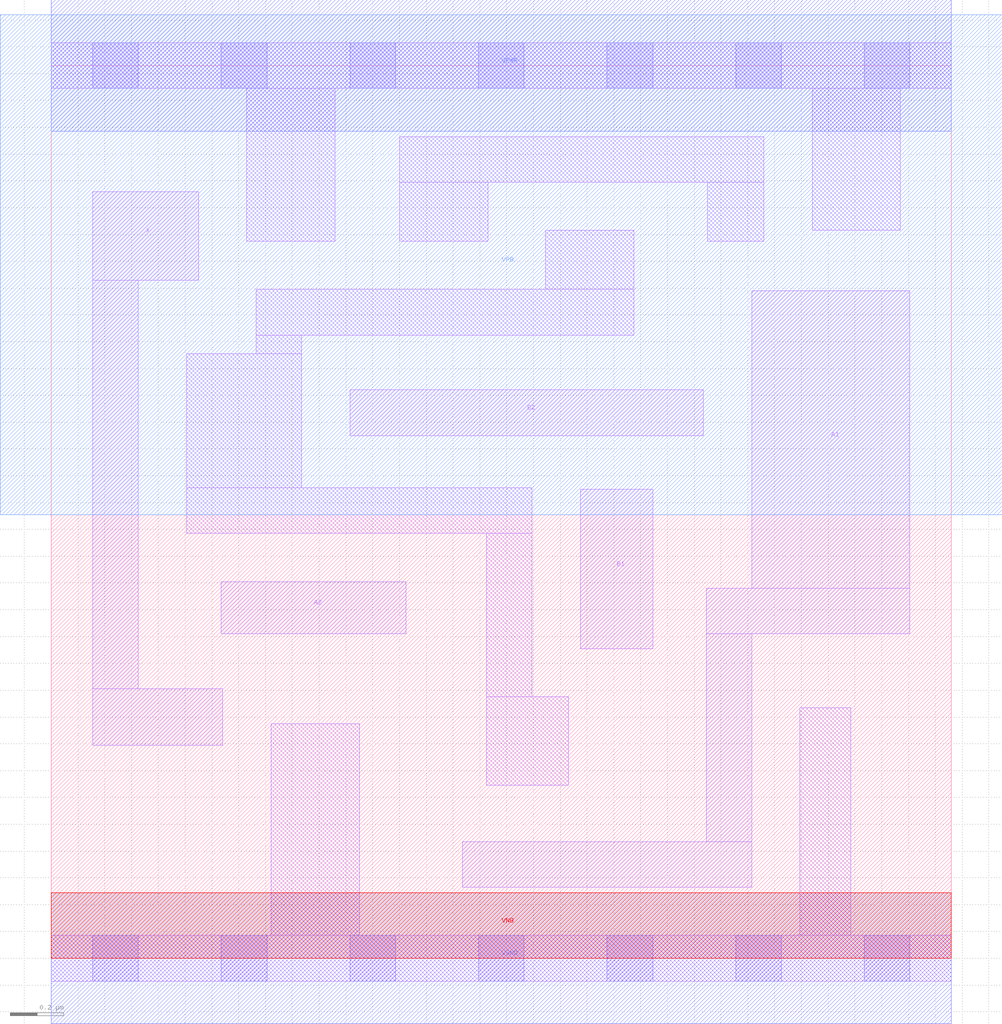
<source format=lef>
# Copyright 2020 The SkyWater PDK Authors
#
# Licensed under the Apache License, Version 2.0 (the "License");
# you may not use this file except in compliance with the License.
# You may obtain a copy of the License at
#
#     https://www.apache.org/licenses/LICENSE-2.0
#
# Unless required by applicable law or agreed to in writing, software
# distributed under the License is distributed on an "AS IS" BASIS,
# WITHOUT WARRANTIES OR CONDITIONS OF ANY KIND, either express or implied.
# See the License for the specific language governing permissions and
# limitations under the License.
#
# SPDX-License-Identifier: Apache-2.0

VERSION 5.7 ;
  NOWIREEXTENSIONATPIN ON ;
  DIVIDERCHAR "/" ;
  BUSBITCHARS "[]" ;
MACRO sky130_fd_sc_lp__a22o_m
  CLASS CORE ;
  FOREIGN sky130_fd_sc_lp__a22o_m ;
  ORIGIN  0.000000  0.000000 ;
  SIZE  3.360000 BY  3.330000 ;
  SYMMETRY X Y R90 ;
  SITE unit ;
  PIN A1
    ANTENNAGATEAREA  0.126000 ;
    DIRECTION INPUT ;
    USE SIGNAL ;
    PORT
      LAYER li1 ;
        RECT 1.535000 0.265000 2.615000 0.435000 ;
        RECT 2.445000 0.435000 2.615000 1.210000 ;
        RECT 2.445000 1.210000 3.205000 1.380000 ;
        RECT 2.615000 1.380000 3.205000 2.490000 ;
    END
  END A1
  PIN A2
    ANTENNAGATEAREA  0.126000 ;
    DIRECTION INPUT ;
    USE SIGNAL ;
    PORT
      LAYER li1 ;
        RECT 0.635000 1.210000 1.325000 1.405000 ;
    END
  END A2
  PIN B1
    ANTENNAGATEAREA  0.126000 ;
    DIRECTION INPUT ;
    USE SIGNAL ;
    PORT
      LAYER li1 ;
        RECT 1.975000 1.155000 2.245000 1.750000 ;
    END
  END B1
  PIN B2
    ANTENNAGATEAREA  0.126000 ;
    DIRECTION INPUT ;
    USE SIGNAL ;
    PORT
      LAYER li1 ;
        RECT 1.115000 1.950000 2.435000 2.120000 ;
    END
  END B2
  PIN X
    ANTENNADIFFAREA  0.231000 ;
    DIRECTION OUTPUT ;
    USE SIGNAL ;
    PORT
      LAYER li1 ;
        RECT 0.155000 0.795000 0.640000 1.005000 ;
        RECT 0.155000 1.005000 0.325000 2.530000 ;
        RECT 0.155000 2.530000 0.550000 2.860000 ;
    END
  END X
  PIN VGND
    DIRECTION INOUT ;
    USE GROUND ;
    PORT
      LAYER met1 ;
        RECT 0.000000 -0.245000 3.360000 0.245000 ;
    END
  END VGND
  PIN VNB
    DIRECTION INOUT ;
    USE GROUND ;
    PORT
      LAYER pwell ;
        RECT 0.000000 0.000000 3.360000 0.245000 ;
    END
  END VNB
  PIN VPB
    DIRECTION INOUT ;
    USE POWER ;
    PORT
      LAYER nwell ;
        RECT -0.190000 1.655000 3.550000 3.520000 ;
    END
  END VPB
  PIN VPWR
    DIRECTION INOUT ;
    USE POWER ;
    PORT
      LAYER met1 ;
        RECT 0.000000 3.085000 3.360000 3.575000 ;
    END
  END VPWR
  OBS
    LAYER li1 ;
      RECT 0.000000 -0.085000 3.360000 0.085000 ;
      RECT 0.000000  3.245000 3.360000 3.415000 ;
      RECT 0.505000  1.585000 1.795000 1.755000 ;
      RECT 0.505000  1.755000 0.935000 2.255000 ;
      RECT 0.730000  2.675000 1.060000 3.245000 ;
      RECT 0.765000  2.255000 0.935000 2.325000 ;
      RECT 0.765000  2.325000 2.175000 2.495000 ;
      RECT 0.820000  0.085000 1.150000 0.875000 ;
      RECT 1.300000  2.675000 1.630000 2.895000 ;
      RECT 1.300000  2.895000 2.660000 3.065000 ;
      RECT 1.625000  0.645000 1.930000 0.975000 ;
      RECT 1.625000  0.975000 1.795000 1.585000 ;
      RECT 1.845000  2.495000 2.175000 2.715000 ;
      RECT 2.450000  2.675000 2.660000 2.895000 ;
      RECT 2.795000  0.085000 2.985000 0.935000 ;
      RECT 2.840000  2.715000 3.170000 3.245000 ;
    LAYER mcon ;
      RECT 0.155000 -0.085000 0.325000 0.085000 ;
      RECT 0.155000  3.245000 0.325000 3.415000 ;
      RECT 0.635000 -0.085000 0.805000 0.085000 ;
      RECT 0.635000  3.245000 0.805000 3.415000 ;
      RECT 1.115000 -0.085000 1.285000 0.085000 ;
      RECT 1.115000  3.245000 1.285000 3.415000 ;
      RECT 1.595000 -0.085000 1.765000 0.085000 ;
      RECT 1.595000  3.245000 1.765000 3.415000 ;
      RECT 2.075000 -0.085000 2.245000 0.085000 ;
      RECT 2.075000  3.245000 2.245000 3.415000 ;
      RECT 2.555000 -0.085000 2.725000 0.085000 ;
      RECT 2.555000  3.245000 2.725000 3.415000 ;
      RECT 3.035000 -0.085000 3.205000 0.085000 ;
      RECT 3.035000  3.245000 3.205000 3.415000 ;
  END
END sky130_fd_sc_lp__a22o_m
END LIBRARY

</source>
